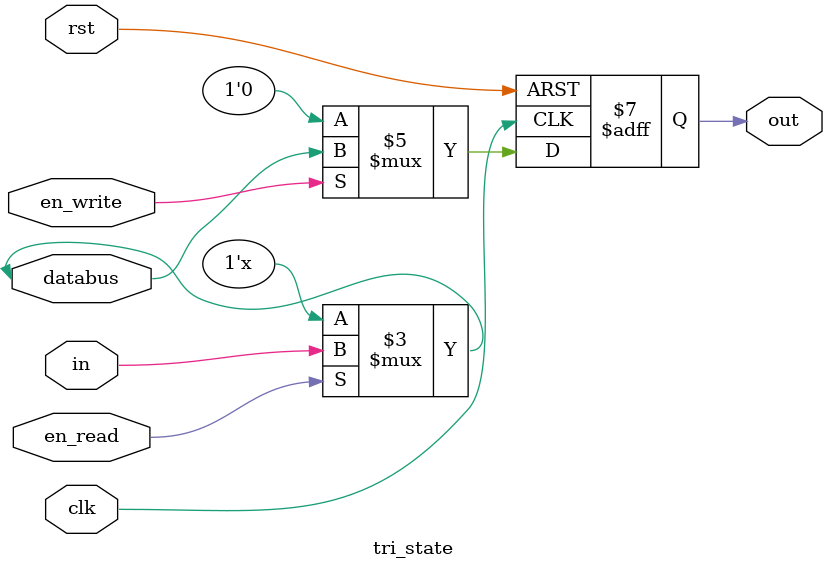
<source format=v>
module tri_state #(
           parameter DATA_WIDTH = 1
       )(
           input wire clk,
           input wire rst,
           input wire en_write,
           input wire en_read,
           inout wire [DATA_WIDTH-1:0]databus,
           input wire [DATA_WIDTH-1:0]in,
           output reg [DATA_WIDTH-1:0]out
       );

always @(posedge clk, negedge rst) begin
	if(!rst)
		out <= 0;
	else if(en_write)
		out <= databus;
	else
		out <= 0;
end

assign databus = (en_read)?in:{DATA_WIDTH{1'bz}};

endmodule

</source>
